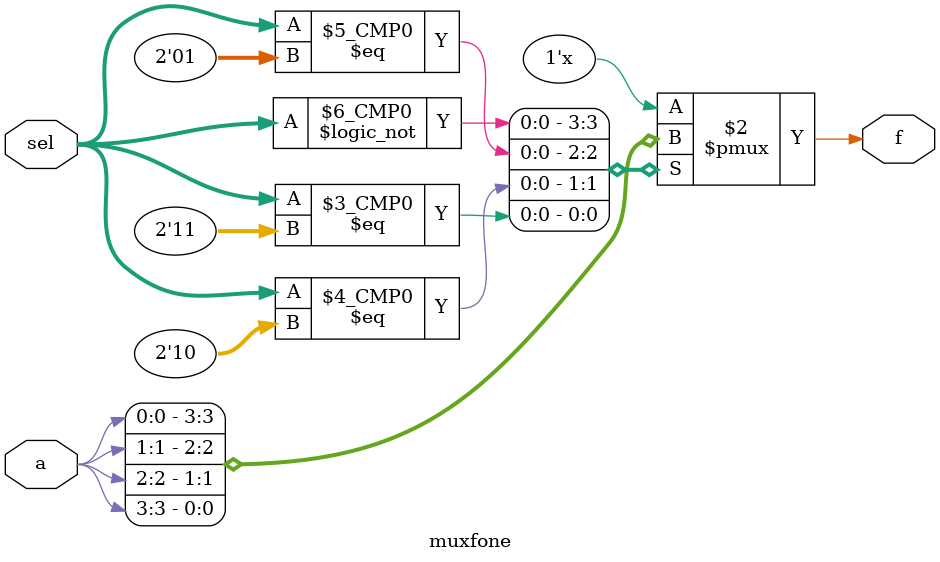
<source format=v>
module muxfone(output reg f,
			   input[3:0]a,
			   input [1:0]sel);
	always @(a or sel)begin
		case(sel)
			2'b00 : f<=a[0];
			2'b01 : f<=a[1];
			2'b10 : f<=a[2];
			2'b11 : f<=a[3];
		endcase
	end
endmodule
</source>
